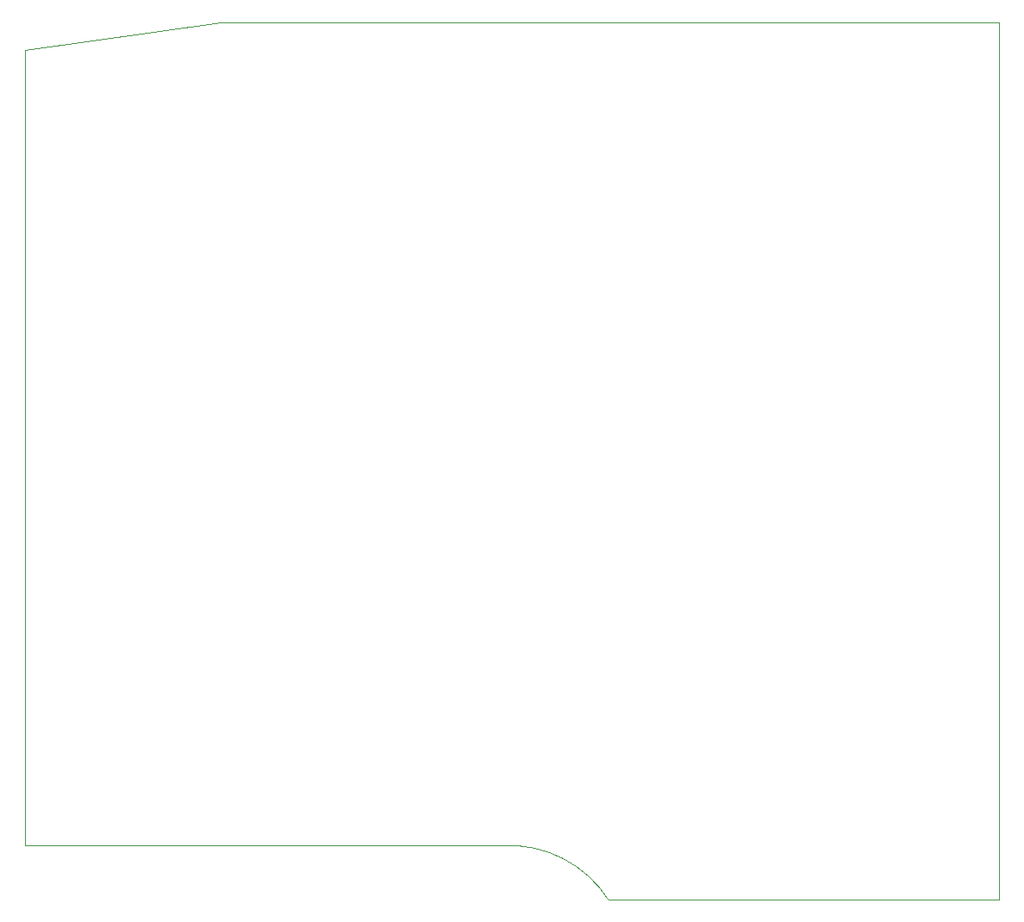
<source format=gbr>
%TF.GenerationSoftware,KiCad,Pcbnew,(6.0.9-0)*%
%TF.CreationDate,2022-12-12T21:53:38+09:00*%
%TF.ProjectId,moonkey,6d6f6f6e-6b65-4792-9e6b-696361645f70,rev?*%
%TF.SameCoordinates,Original*%
%TF.FileFunction,Profile,NP*%
%FSLAX46Y46*%
G04 Gerber Fmt 4.6, Leading zero omitted, Abs format (unit mm)*
G04 Created by KiCad (PCBNEW (6.0.9-0)) date 2022-12-12 21:53:38*
%MOMM*%
%LPD*%
G01*
G04 APERTURE LIST*
%TA.AperFunction,Profile*%
%ADD10C,0.100000*%
%TD*%
G04 APERTURE END LIST*
D10*
X119000000Y-157400000D02*
G75*
G03*
X108700000Y-152100000I-9739517J-6269248D01*
G01*
X61700000Y-152100000D02*
X108700000Y-152100000D01*
X61700000Y-73900000D02*
X61700000Y-152100000D01*
X157400000Y-157400000D02*
X119000000Y-157400000D01*
X157400000Y-71200000D02*
X157400000Y-157400000D01*
X80900000Y-71200000D02*
X157400000Y-71200000D01*
X61700000Y-73900000D02*
X80900000Y-71200000D01*
M02*

</source>
